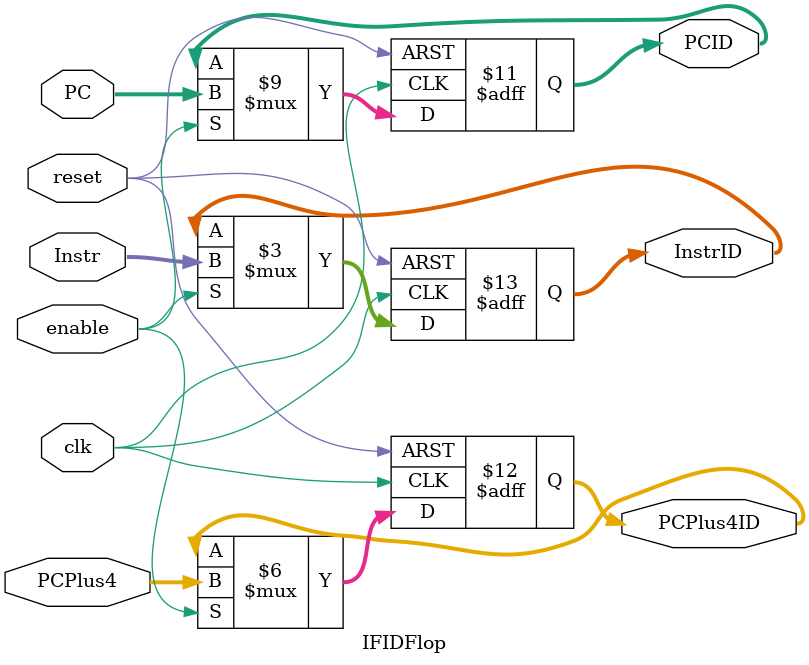
<source format=sv>
`timescale 1ns / 1ps


module IFIDFlop#
    (parameter WIDTH = 8)
    (input logic clk, reset,enable,
	input logic [8:0] PC,PCPlus4,
	input logic [31:0] Instr,
	output logic [8:0] PCID, PCPlus4ID,
	output logic [31:0] InstrID
);

always_ff @(posedge clk, posedge reset)
    if (reset)
		begin
			PCID = 'b0;
			PCPlus4ID = 'b0;
			InstrID = 'b0;
		end
    else if(enable)
		begin
		PCID = PC;
		PCPlus4ID = PCPlus4;
		InstrID = Instr;
		end
    
endmodule

</source>
